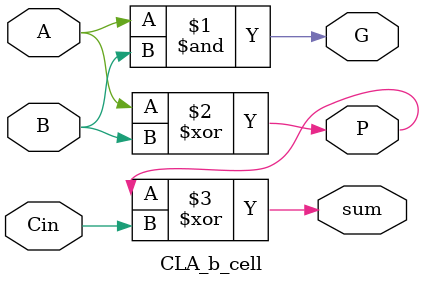
<source format=v>
module CLA_b_cell (
    input wire A, B, Cin,
    output wire G, P, sum
);

assign G = A & B;
assign P = A ^ B;
assign sum = P ^ Cin;




endmodule

</source>
